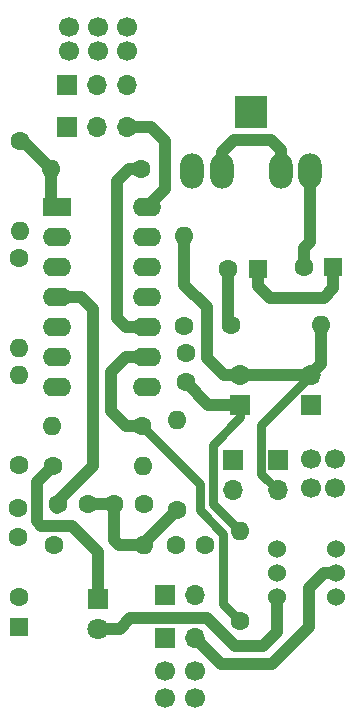
<source format=gtl>
G04 #@! TF.GenerationSoftware,KiCad,Pcbnew,5.1.10-1.fc32*
G04 #@! TF.CreationDate,2021-07-07T18:30:05+05:30*
G04 #@! TF.ProjectId,BioAmp v1.5,42696f41-6d70-4207-9631-2e352e6b6963,v1.5.6*
G04 #@! TF.SameCoordinates,Original*
G04 #@! TF.FileFunction,Copper,L1,Top*
G04 #@! TF.FilePolarity,Positive*
%FSLAX46Y46*%
G04 Gerber Fmt 4.6, Leading zero omitted, Abs format (unit mm)*
G04 Created by KiCad (PCBNEW 5.1.10-1.fc32) date 2021-07-07 18:30:05*
%MOMM*%
%LPD*%
G01*
G04 APERTURE LIST*
G04 #@! TA.AperFunction,ComponentPad*
%ADD10C,1.524000*%
G04 #@! TD*
G04 #@! TA.AperFunction,ComponentPad*
%ADD11O,1.700000X1.700000*%
G04 #@! TD*
G04 #@! TA.AperFunction,ComponentPad*
%ADD12R,1.700000X1.700000*%
G04 #@! TD*
G04 #@! TA.AperFunction,ComponentPad*
%ADD13C,1.600000*%
G04 #@! TD*
G04 #@! TA.AperFunction,ComponentPad*
%ADD14R,1.600000X1.600000*%
G04 #@! TD*
G04 #@! TA.AperFunction,ComponentPad*
%ADD15O,2.000000X3.000000*%
G04 #@! TD*
G04 #@! TA.AperFunction,ComponentPad*
%ADD16R,2.704000X2.704000*%
G04 #@! TD*
G04 #@! TA.AperFunction,ComponentPad*
%ADD17O,2.400000X1.600000*%
G04 #@! TD*
G04 #@! TA.AperFunction,ComponentPad*
%ADD18R,2.400000X1.600000*%
G04 #@! TD*
G04 #@! TA.AperFunction,ComponentPad*
%ADD19C,1.800000*%
G04 #@! TD*
G04 #@! TA.AperFunction,ComponentPad*
%ADD20R,1.800000X1.800000*%
G04 #@! TD*
G04 #@! TA.AperFunction,ComponentPad*
%ADD21O,1.600000X1.600000*%
G04 #@! TD*
G04 #@! TA.AperFunction,ViaPad*
%ADD22C,1.700000*%
G04 #@! TD*
G04 #@! TA.AperFunction,Conductor*
%ADD23C,1.000000*%
G04 #@! TD*
G04 #@! TA.AperFunction,Conductor*
%ADD24C,0.750000*%
G04 #@! TD*
G04 APERTURE END LIST*
D10*
X153643400Y-115989400D03*
X153643400Y-113989400D03*
X153643400Y-111989400D03*
X148643400Y-115989400D03*
X148643400Y-113989400D03*
X148643400Y-111989400D03*
D11*
X141712000Y-119523800D03*
D12*
X139172000Y-119523800D03*
D13*
X140101000Y-111599000D03*
X142601000Y-111599000D03*
X150946800Y-88104000D03*
D14*
X153446800Y-88104000D03*
D13*
X144546000Y-88231000D03*
D14*
X147046000Y-88231000D03*
D12*
X144963200Y-104443800D03*
D11*
X144963200Y-106983800D03*
D15*
X149000000Y-79950000D03*
X144000000Y-79950000D03*
X151500000Y-79950000D03*
X141500000Y-79950000D03*
D16*
X146500000Y-74950000D03*
D17*
X137648000Y-83024000D03*
X130028000Y-98264000D03*
X137648000Y-85564000D03*
X130028000Y-95724000D03*
X137648000Y-88104000D03*
X130028000Y-93184000D03*
X137648000Y-90644000D03*
X130028000Y-90644000D03*
X137648000Y-93184000D03*
X130028000Y-88104000D03*
X137648000Y-95724000D03*
X130028000Y-85564000D03*
X137648000Y-98264000D03*
D18*
X130028000Y-83024000D03*
D12*
X148773200Y-104468800D03*
D11*
X148773200Y-107008800D03*
D19*
X133482400Y-118736400D03*
D20*
X133482400Y-116196400D03*
D21*
X137419400Y-111649800D03*
D13*
X129799400Y-111649800D03*
X126827600Y-116033200D03*
D14*
X126827600Y-118533200D03*
D11*
X135980000Y-76275000D03*
X133440000Y-76275000D03*
D12*
X130900000Y-76275000D03*
X130875000Y-72650000D03*
D11*
X133415000Y-72650000D03*
X135955000Y-72650000D03*
D21*
X129630000Y-101575000D03*
D13*
X137250000Y-101575000D03*
D21*
X137295000Y-104925000D03*
D13*
X129675000Y-104925000D03*
X126726000Y-108464000D03*
X126726000Y-110964000D03*
D12*
X139164400Y-115835000D03*
D11*
X141704400Y-115835000D03*
D21*
X140188000Y-101058000D03*
D13*
X140188000Y-108678000D03*
D21*
X140775000Y-85480000D03*
D13*
X140775000Y-93100000D03*
D21*
X145496600Y-110405200D03*
D13*
X145496600Y-118025200D03*
D21*
X129545400Y-79798200D03*
D13*
X137165400Y-79798200D03*
D21*
X126850000Y-97205000D03*
D13*
X126850000Y-104825000D03*
D21*
X126875000Y-85020000D03*
D13*
X126875000Y-77400000D03*
D21*
X152430800Y-93006200D03*
D13*
X144810800Y-93006200D03*
D21*
X126853000Y-94962000D03*
D13*
X126853000Y-87342000D03*
D11*
X145572800Y-97222600D03*
D12*
X145572800Y-99762600D03*
D11*
X151516400Y-97248000D03*
D12*
X151516400Y-99788000D03*
D13*
X137394000Y-108170000D03*
X134894000Y-108170000D03*
X132644200Y-108170000D03*
X130144200Y-108170000D03*
X140924600Y-97843000D03*
X140924600Y-95343000D03*
D22*
X141737400Y-122267000D03*
X139197400Y-122267000D03*
X141737400Y-124553000D03*
X139197400Y-124553000D03*
X131044000Y-67784000D03*
X133494000Y-67784000D03*
X135944000Y-67784000D03*
X131044000Y-69784000D03*
X133494000Y-69784000D03*
X135944000Y-69784000D03*
X151567200Y-106823800D03*
X151567200Y-104373800D03*
X153567200Y-106823800D03*
X153567200Y-104373800D03*
D23*
X144546000Y-92741400D02*
X144810800Y-93006200D01*
X144546000Y-88231000D02*
X144546000Y-92741400D01*
X135980000Y-76275000D02*
X138011000Y-76275000D01*
X138011000Y-76275000D02*
X139172000Y-77436000D01*
X139172000Y-81500000D02*
X137648000Y-83024000D01*
X139172000Y-77436000D02*
X139172000Y-81500000D01*
X140775000Y-85480000D02*
X140775000Y-89580000D01*
X140775000Y-89580000D02*
X142702600Y-91507600D01*
X142702600Y-91507600D02*
X142702600Y-95774800D01*
X144150400Y-97222600D02*
X145572800Y-97222600D01*
X142702600Y-95774800D02*
X144150400Y-97222600D01*
X151491000Y-97222600D02*
X151516400Y-97248000D01*
X145572800Y-97222600D02*
X151491000Y-97222600D01*
X152430800Y-96333600D02*
X151516400Y-97248000D01*
X152430800Y-93006200D02*
X152430800Y-96333600D01*
D24*
X151516400Y-97248000D02*
X147325400Y-101439000D01*
X147348199Y-105583799D02*
X148773200Y-107008800D01*
X147348199Y-104382799D02*
X147348199Y-105583799D01*
X147325400Y-104360000D02*
X147348199Y-104382799D01*
X147325400Y-101439000D02*
X147325400Y-104360000D01*
D23*
X142844200Y-99762600D02*
X145572800Y-99762600D01*
X140924600Y-97843000D02*
X142844200Y-99762600D01*
D24*
X145496600Y-110405200D02*
X143210600Y-108119200D01*
X143210600Y-108119200D02*
X143210600Y-103191600D01*
X145572800Y-100829400D02*
X145572800Y-99762600D01*
X143210600Y-103191600D02*
X145572800Y-100829400D01*
D23*
X147046000Y-88231000D02*
X147046000Y-89704200D01*
X147046000Y-89704200D02*
X148062000Y-90720200D01*
X148062000Y-90720200D02*
X152608600Y-90720200D01*
X153446800Y-89882000D02*
X153446800Y-88104000D01*
X152608600Y-90720200D02*
X153446800Y-89882000D01*
X137250000Y-101575000D02*
X135879000Y-101575000D01*
X135879000Y-101575000D02*
X134600000Y-100296000D01*
X134600000Y-100296000D02*
X134600000Y-96994000D01*
X135870000Y-95724000D02*
X137648000Y-95724000D01*
X134600000Y-96994000D02*
X135870000Y-95724000D01*
D24*
X137250000Y-101575000D02*
X142143800Y-106468800D01*
X142143800Y-108703400D02*
X144121599Y-110681199D01*
X142143800Y-106468800D02*
X142143800Y-108703400D01*
X144121599Y-116650199D02*
X145496600Y-118025200D01*
X144121599Y-110681199D02*
X144121599Y-116650199D01*
D23*
X130028000Y-108464000D02*
X130322000Y-108170000D01*
X130144200Y-107876000D02*
X130144200Y-108170000D01*
X133076000Y-104944200D02*
X130144200Y-107876000D01*
X133076000Y-91660000D02*
X133076000Y-104944200D01*
X132060000Y-90644000D02*
X133076000Y-91660000D01*
X130028000Y-90644000D02*
X132060000Y-90644000D01*
X148643400Y-115989400D02*
X148643400Y-118967800D01*
X148643400Y-118967800D02*
X147452400Y-120158800D01*
X147452400Y-120158800D02*
X145115600Y-120158800D01*
X145115600Y-120158800D02*
X142778800Y-117822000D01*
X142778800Y-117822000D02*
X136251000Y-117822000D01*
X135336600Y-118736400D02*
X133482400Y-118736400D01*
X136251000Y-117822000D02*
X135336600Y-118736400D01*
X132644200Y-108170000D02*
X134894000Y-108170000D01*
X137419400Y-111649800D02*
X135311200Y-111649800D01*
X134894000Y-111232600D02*
X134894000Y-108170000D01*
X135311200Y-111649800D02*
X134894000Y-111232600D01*
X137419400Y-111446600D02*
X140188000Y-108678000D01*
X137419400Y-111649800D02*
X137419400Y-111446600D01*
X133482400Y-116196400D02*
X133482400Y-112183200D01*
X133482400Y-112183200D02*
X131298000Y-109998800D01*
X131298000Y-109998800D02*
X128707200Y-109998800D01*
X128707200Y-109998800D02*
X128326200Y-109617800D01*
X128326200Y-106273800D02*
X129675000Y-104925000D01*
X128326200Y-109617800D02*
X128326200Y-106273800D01*
X144000000Y-79950000D02*
X144000000Y-78348400D01*
X144000000Y-78348400D02*
X145039400Y-77309000D01*
X145039400Y-77309000D02*
X148163600Y-77309000D01*
X149000000Y-78145400D02*
X149000000Y-79950000D01*
X148163600Y-77309000D02*
X149000000Y-78145400D01*
X127147200Y-77400000D02*
X129545400Y-79798200D01*
X126875000Y-77400000D02*
X127147200Y-77400000D01*
X129545400Y-82541400D02*
X130028000Y-83024000D01*
X129545400Y-79798200D02*
X129545400Y-82541400D01*
X136098600Y-79798200D02*
X137165400Y-79798200D01*
X135108000Y-92422000D02*
X135108000Y-80788800D01*
X135108000Y-80788800D02*
X136098600Y-79798200D01*
X135870000Y-93184000D02*
X135108000Y-92422000D01*
X137648000Y-93184000D02*
X135870000Y-93184000D01*
X141712000Y-119523800D02*
X143896400Y-121708200D01*
X143896400Y-121708200D02*
X148265200Y-121708200D01*
X148265200Y-121708200D02*
X151364000Y-118609400D01*
X151364000Y-118609400D02*
X151364000Y-115307400D01*
X152682000Y-113989400D02*
X153643400Y-113989400D01*
X151364000Y-115307400D02*
X152682000Y-113989400D01*
X151500000Y-79950000D02*
X151500000Y-85936000D01*
X150946800Y-86489200D02*
X150946800Y-88104000D01*
X151500000Y-85936000D02*
X150946800Y-86489200D01*
M02*

</source>
